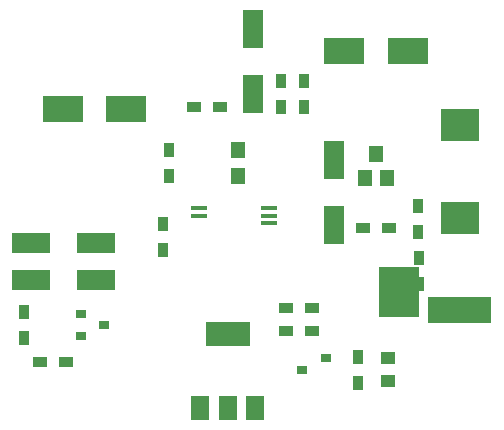
<source format=gbr>
From 718e6158a58ea41c4ef0ceec2871afac6fb21490 Mon Sep 17 00:00:00 2001
From: jaseg <git@jaseg.net>
Date: Sat, 2 Feb 2019 13:25:40 +0900
Subject: center: fix tape footprint polarity, vcc short, silk

---
 center/gerber/center-F.Paste.gbr | 77 +++++++++++++++++++---------------------
 1 file changed, 37 insertions(+), 40 deletions(-)

(limited to 'center/gerber/center-F.Paste.gbr')

diff --git a/center/gerber/center-F.Paste.gbr b/center/gerber/center-F.Paste.gbr
index 79b8744..f197fde 100644
--- a/center/gerber/center-F.Paste.gbr
+++ b/center/gerber/center-F.Paste.gbr
@@ -1,12 +1,12 @@
 G04 #@! TF.GenerationSoftware,KiCad,Pcbnew,(5.0.1)*
-G04 #@! TF.CreationDate,2018-11-27T10:01:39+09:00*
+G04 #@! TF.CreationDate,2019-02-02T12:52:51+09:00*
 G04 #@! TF.ProjectId,center,63656E7465722E6B696361645F706362,rev?*
 G04 #@! TF.SameCoordinates,Original*
 G04 #@! TF.FileFunction,Paste,Top*
 G04 #@! TF.FilePolarity,Positive*
 %FSLAX46Y46*%
 G04 Gerber Fmt 4.6, Leading zero omitted, Abs format (unit mm)*
-G04 Created by KiCad (PCBNEW (5.0.1)) date Tue Nov 27 10:01:39 2018*
+G04 Created by KiCad (PCBNEW (5.0.1)) date Sat Feb  2 12:52:51 2019*
 %MOMM*%
 %LPD*%
 G01*
@@ -15,18 +15,17 @@ G04 APERTURE LIST*
 %ADD11R,1.200000X0.750000*%
 %ADD12R,0.750000X1.200000*%
 %ADD13R,1.250000X1.000000*%
-%ADD14R,1.000000X1.250000*%
-%ADD15R,3.500000X2.300000*%
-%ADD16R,0.900000X1.200000*%
-%ADD17R,1.200000X0.900000*%
-%ADD18R,1.200000X1.400000*%
-%ADD19R,0.900000X0.800000*%
-%ADD20R,3.800000X2.000000*%
-%ADD21R,1.500000X2.000000*%
-%ADD22R,1.450000X0.450000*%
-%ADD23R,1.700000X3.300000*%
-%ADD24R,3.300000X1.700000*%
-%ADD25R,3.200000X2.700000*%
+%ADD14R,3.500000X2.300000*%
+%ADD15R,0.900000X1.200000*%
+%ADD16R,1.200000X0.900000*%
+%ADD17R,1.200000X1.400000*%
+%ADD18R,0.900000X0.800000*%
+%ADD19R,3.800000X2.000000*%
+%ADD20R,1.500000X2.000000*%
+%ADD21R,1.450000X0.450000*%
+%ADD22R,1.700000X3.300000*%
+%ADD23R,3.300000X1.700000*%
+%ADD24R,3.200000X2.700000*%
 G04 APERTURE END LIST*
 D10*
 G04 #@! TO.C,Q3*
@@ -75,17 +74,15 @@ G04 #@! TO.C,C11*
 X84600000Y-108000000D03*
 X84600000Y-106000000D03*
 G04 #@! TD*
-D14*
 G04 #@! TO.C,C12*
-X118100000Y-105750000D03*
-X120100000Y-105750000D03*
+X114000000Y-103200000D03*
+X114000000Y-105200000D03*
 G04 #@! TD*
-D13*
 G04 #@! TO.C,C13*
 X113000000Y-109750000D03*
 X113000000Y-111750000D03*
 G04 #@! TD*
-D15*
+D14*
 G04 #@! TO.C,D1*
 X114700000Y-83750000D03*
 X109300000Y-83750000D03*
@@ -102,37 +99,37 @@ G04 #@! TO.C,D4*
 X90878544Y-88662480D03*
 X85478544Y-88662480D03*
 G04 #@! TD*
-D16*
+D15*
 G04 #@! TO.C,R1*
 X105950000Y-88500000D03*
 X105950000Y-86300000D03*
 G04 #@! TD*
-D17*
+D16*
 G04 #@! TO.C,R2*
 X106600000Y-107500000D03*
 X104400000Y-107500000D03*
 G04 #@! TD*
-D16*
+D15*
 G04 #@! TO.C,R3*
 X103950000Y-88500000D03*
 X103950000Y-86300000D03*
 G04 #@! TD*
-D17*
+D16*
 G04 #@! TO.C,R4*
 X106600000Y-105500000D03*
 X104400000Y-105500000D03*
 G04 #@! TD*
-D16*
+D15*
 G04 #@! TO.C,R5*
 X94000000Y-98400000D03*
 X94000000Y-100600000D03*
 G04 #@! TD*
-D17*
+D16*
 G04 #@! TO.C,R6*
 X96650000Y-88500000D03*
 X98850000Y-88500000D03*
 G04 #@! TD*
-D16*
+D15*
 G04 #@! TO.C,R7*
 X115600000Y-96900000D03*
 X115600000Y-99100000D03*
@@ -141,12 +138,12 @@ G04 #@! TO.C,R8*
 X94500000Y-92150000D03*
 X94500000Y-94350000D03*
 G04 #@! TD*
-D17*
+D16*
 G04 #@! TO.C,R9*
 X113100000Y-98750000D03*
 X110900000Y-98750000D03*
 G04 #@! TD*
-D16*
+D15*
 G04 #@! TO.C,R11*
 X115700000Y-101300000D03*
 X115700000Y-103500000D03*
@@ -155,17 +152,17 @@ G04 #@! TO.C,R12*
 X110500000Y-109650000D03*
 X110500000Y-111850000D03*
 G04 #@! TD*
-D17*
+D16*
 G04 #@! TO.C,R13*
 X83600000Y-110100000D03*
 X85800000Y-110100000D03*
 G04 #@! TD*
-D16*
+D15*
 G04 #@! TO.C,R14*
 X82200000Y-105900000D03*
 X82200000Y-108100000D03*
 G04 #@! TD*
-D18*
+D17*
 G04 #@! TO.C,Y1*
 X100350000Y-94350000D03*
 X100350000Y-92150000D03*
@@ -183,7 +180,7 @@ X112000000Y-92500000D03*
 X112950000Y-94500000D03*
 X111050000Y-94500000D03*
 G04 #@! TD*
-D19*
+D18*
 G04 #@! TO.C,Q4*
 X105750000Y-110750000D03*
 X107750000Y-109800000D03*
@@ -194,15 +191,15 @@ X87000000Y-106050000D03*
 X87000000Y-107950000D03*
 X89000000Y-107000000D03*
 G04 #@! TD*
-D20*
+D19*
 G04 #@! TO.C,U1*
 X99450000Y-107700000D03*
-D21*
+D20*
 X99450000Y-114000000D03*
 X101750000Y-114000000D03*
 X97150000Y-114000000D03*
 G04 #@! TD*
-D22*
+D21*
 G04 #@! TO.C,U2*
 X97050000Y-97075000D03*
 X97050000Y-97725000D03*
@@ -225,27 +222,27 @@ X102950000Y-98375000D03*
 X102950000Y-97725000D03*
 X102950000Y-97075000D03*
 G04 #@! TD*
-D23*
+D22*
 G04 #@! TO.C,D5*
 X101600000Y-87450000D03*
 X101600000Y-81950000D03*
 G04 #@! TD*
-D24*
+D23*
 G04 #@! TO.C,D6*
 X82850000Y-100000000D03*
 X88350000Y-100000000D03*
 G04 #@! TD*
-D23*
+D22*
 G04 #@! TO.C,D7*
 X108500000Y-93000000D03*
 X108500000Y-98500000D03*
 G04 #@! TD*
-D24*
+D23*
 G04 #@! TO.C,D8*
 X88350000Y-103200000D03*
 X82850000Y-103200000D03*
 G04 #@! TD*
-D25*
+D24*
 G04 #@! TO.C,R10*
 X119100000Y-90050000D03*
 X119100000Y-97950000D03*
-- 
cgit 


</source>
